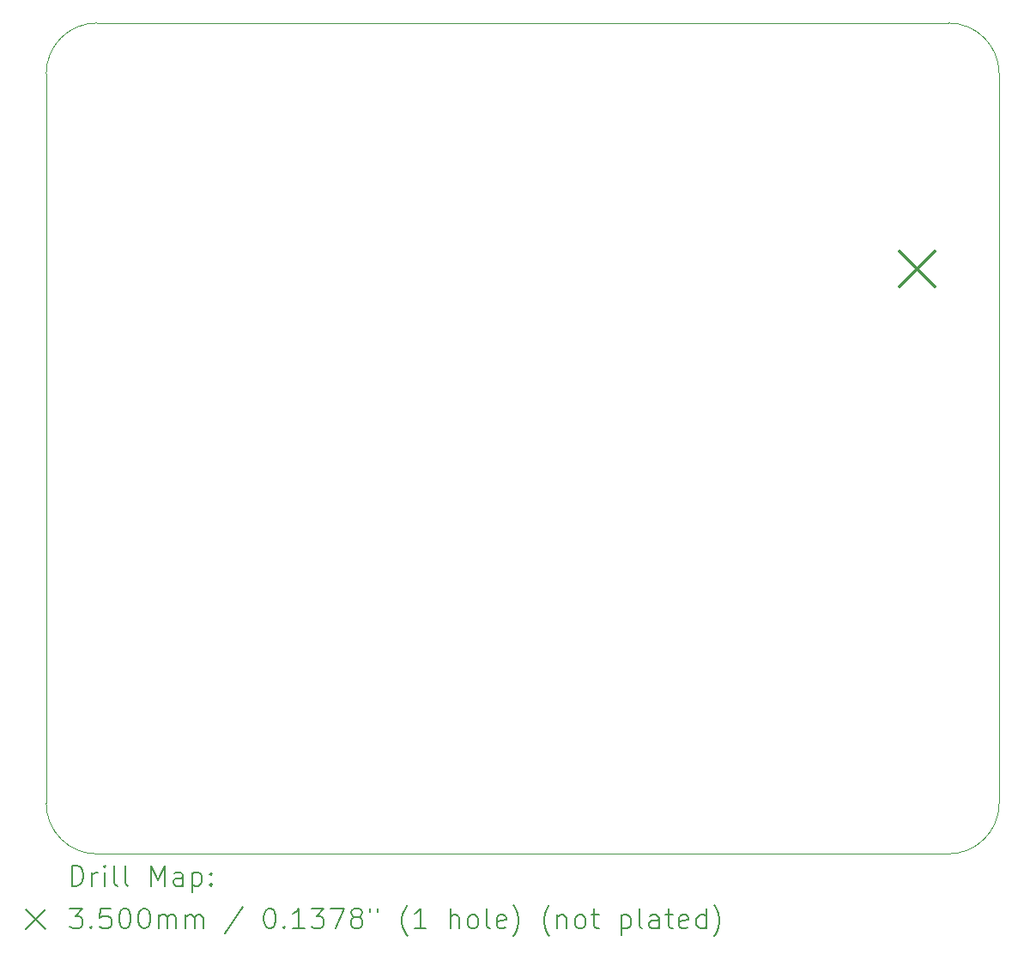
<source format=gbr>
%TF.GenerationSoftware,KiCad,Pcbnew,(6.0.11)*%
%TF.CreationDate,2023-02-06T13:50:28-06:00*%
%TF.ProjectId,InterferometerElectronics,496e7465-7266-4657-926f-6d6574657245,rev?*%
%TF.SameCoordinates,Original*%
%TF.FileFunction,Drillmap*%
%TF.FilePolarity,Positive*%
%FSLAX45Y45*%
G04 Gerber Fmt 4.5, Leading zero omitted, Abs format (unit mm)*
G04 Created by KiCad (PCBNEW (6.0.11)) date 2023-02-06 13:50:28*
%MOMM*%
%LPD*%
G01*
G04 APERTURE LIST*
%ADD10C,0.100000*%
%ADD11C,0.200000*%
%ADD12C,0.350000*%
G04 APERTURE END LIST*
D10*
X4800000Y-2800000D02*
X4800000Y-10000000D01*
X13700000Y-2300000D02*
X5300000Y-2300000D01*
X14200000Y-10000000D02*
X14200000Y-2800000D01*
X5300000Y-10500000D02*
X13700000Y-10500000D01*
X4800000Y-10000000D02*
G75*
G03*
X5300000Y-10500000I500000J0D01*
G01*
X13700000Y-10500000D02*
G75*
G03*
X14200000Y-10000000I0J500000D01*
G01*
X14200000Y-2800000D02*
G75*
G03*
X13700000Y-2300000I-500000J0D01*
G01*
X5300000Y-2300000D02*
G75*
G03*
X4800000Y-2800000I0J-500000D01*
G01*
D11*
D12*
X13216000Y-4550000D02*
X13566000Y-4900000D01*
X13566000Y-4550000D02*
X13216000Y-4900000D01*
D11*
X5052619Y-10815476D02*
X5052619Y-10615476D01*
X5100238Y-10615476D01*
X5128810Y-10625000D01*
X5147857Y-10644048D01*
X5157381Y-10663095D01*
X5166905Y-10701190D01*
X5166905Y-10729762D01*
X5157381Y-10767857D01*
X5147857Y-10786905D01*
X5128810Y-10805952D01*
X5100238Y-10815476D01*
X5052619Y-10815476D01*
X5252619Y-10815476D02*
X5252619Y-10682143D01*
X5252619Y-10720238D02*
X5262143Y-10701190D01*
X5271667Y-10691667D01*
X5290714Y-10682143D01*
X5309762Y-10682143D01*
X5376429Y-10815476D02*
X5376429Y-10682143D01*
X5376429Y-10615476D02*
X5366905Y-10625000D01*
X5376429Y-10634524D01*
X5385952Y-10625000D01*
X5376429Y-10615476D01*
X5376429Y-10634524D01*
X5500238Y-10815476D02*
X5481190Y-10805952D01*
X5471667Y-10786905D01*
X5471667Y-10615476D01*
X5605000Y-10815476D02*
X5585952Y-10805952D01*
X5576429Y-10786905D01*
X5576429Y-10615476D01*
X5833571Y-10815476D02*
X5833571Y-10615476D01*
X5900238Y-10758333D01*
X5966905Y-10615476D01*
X5966905Y-10815476D01*
X6147857Y-10815476D02*
X6147857Y-10710714D01*
X6138333Y-10691667D01*
X6119286Y-10682143D01*
X6081190Y-10682143D01*
X6062143Y-10691667D01*
X6147857Y-10805952D02*
X6128809Y-10815476D01*
X6081190Y-10815476D01*
X6062143Y-10805952D01*
X6052619Y-10786905D01*
X6052619Y-10767857D01*
X6062143Y-10748810D01*
X6081190Y-10739286D01*
X6128809Y-10739286D01*
X6147857Y-10729762D01*
X6243095Y-10682143D02*
X6243095Y-10882143D01*
X6243095Y-10691667D02*
X6262143Y-10682143D01*
X6300238Y-10682143D01*
X6319286Y-10691667D01*
X6328809Y-10701190D01*
X6338333Y-10720238D01*
X6338333Y-10777381D01*
X6328809Y-10796429D01*
X6319286Y-10805952D01*
X6300238Y-10815476D01*
X6262143Y-10815476D01*
X6243095Y-10805952D01*
X6424048Y-10796429D02*
X6433571Y-10805952D01*
X6424048Y-10815476D01*
X6414524Y-10805952D01*
X6424048Y-10796429D01*
X6424048Y-10815476D01*
X6424048Y-10691667D02*
X6433571Y-10701190D01*
X6424048Y-10710714D01*
X6414524Y-10701190D01*
X6424048Y-10691667D01*
X6424048Y-10710714D01*
X4595000Y-11045000D02*
X4795000Y-11245000D01*
X4795000Y-11045000D02*
X4595000Y-11245000D01*
X5033571Y-11035476D02*
X5157381Y-11035476D01*
X5090714Y-11111667D01*
X5119286Y-11111667D01*
X5138333Y-11121190D01*
X5147857Y-11130714D01*
X5157381Y-11149762D01*
X5157381Y-11197381D01*
X5147857Y-11216428D01*
X5138333Y-11225952D01*
X5119286Y-11235476D01*
X5062143Y-11235476D01*
X5043095Y-11225952D01*
X5033571Y-11216428D01*
X5243095Y-11216428D02*
X5252619Y-11225952D01*
X5243095Y-11235476D01*
X5233571Y-11225952D01*
X5243095Y-11216428D01*
X5243095Y-11235476D01*
X5433571Y-11035476D02*
X5338333Y-11035476D01*
X5328810Y-11130714D01*
X5338333Y-11121190D01*
X5357381Y-11111667D01*
X5405000Y-11111667D01*
X5424048Y-11121190D01*
X5433571Y-11130714D01*
X5443095Y-11149762D01*
X5443095Y-11197381D01*
X5433571Y-11216428D01*
X5424048Y-11225952D01*
X5405000Y-11235476D01*
X5357381Y-11235476D01*
X5338333Y-11225952D01*
X5328810Y-11216428D01*
X5566905Y-11035476D02*
X5585952Y-11035476D01*
X5605000Y-11045000D01*
X5614524Y-11054524D01*
X5624048Y-11073571D01*
X5633571Y-11111667D01*
X5633571Y-11159286D01*
X5624048Y-11197381D01*
X5614524Y-11216428D01*
X5605000Y-11225952D01*
X5585952Y-11235476D01*
X5566905Y-11235476D01*
X5547857Y-11225952D01*
X5538333Y-11216428D01*
X5528810Y-11197381D01*
X5519286Y-11159286D01*
X5519286Y-11111667D01*
X5528810Y-11073571D01*
X5538333Y-11054524D01*
X5547857Y-11045000D01*
X5566905Y-11035476D01*
X5757381Y-11035476D02*
X5776428Y-11035476D01*
X5795476Y-11045000D01*
X5805000Y-11054524D01*
X5814524Y-11073571D01*
X5824048Y-11111667D01*
X5824048Y-11159286D01*
X5814524Y-11197381D01*
X5805000Y-11216428D01*
X5795476Y-11225952D01*
X5776428Y-11235476D01*
X5757381Y-11235476D01*
X5738333Y-11225952D01*
X5728809Y-11216428D01*
X5719286Y-11197381D01*
X5709762Y-11159286D01*
X5709762Y-11111667D01*
X5719286Y-11073571D01*
X5728809Y-11054524D01*
X5738333Y-11045000D01*
X5757381Y-11035476D01*
X5909762Y-11235476D02*
X5909762Y-11102143D01*
X5909762Y-11121190D02*
X5919286Y-11111667D01*
X5938333Y-11102143D01*
X5966905Y-11102143D01*
X5985952Y-11111667D01*
X5995476Y-11130714D01*
X5995476Y-11235476D01*
X5995476Y-11130714D02*
X6005000Y-11111667D01*
X6024048Y-11102143D01*
X6052619Y-11102143D01*
X6071667Y-11111667D01*
X6081190Y-11130714D01*
X6081190Y-11235476D01*
X6176428Y-11235476D02*
X6176428Y-11102143D01*
X6176428Y-11121190D02*
X6185952Y-11111667D01*
X6205000Y-11102143D01*
X6233571Y-11102143D01*
X6252619Y-11111667D01*
X6262143Y-11130714D01*
X6262143Y-11235476D01*
X6262143Y-11130714D02*
X6271667Y-11111667D01*
X6290714Y-11102143D01*
X6319286Y-11102143D01*
X6338333Y-11111667D01*
X6347857Y-11130714D01*
X6347857Y-11235476D01*
X6738333Y-11025952D02*
X6566905Y-11283095D01*
X6995476Y-11035476D02*
X7014524Y-11035476D01*
X7033571Y-11045000D01*
X7043095Y-11054524D01*
X7052619Y-11073571D01*
X7062143Y-11111667D01*
X7062143Y-11159286D01*
X7052619Y-11197381D01*
X7043095Y-11216428D01*
X7033571Y-11225952D01*
X7014524Y-11235476D01*
X6995476Y-11235476D01*
X6976428Y-11225952D01*
X6966905Y-11216428D01*
X6957381Y-11197381D01*
X6947857Y-11159286D01*
X6947857Y-11111667D01*
X6957381Y-11073571D01*
X6966905Y-11054524D01*
X6976428Y-11045000D01*
X6995476Y-11035476D01*
X7147857Y-11216428D02*
X7157381Y-11225952D01*
X7147857Y-11235476D01*
X7138333Y-11225952D01*
X7147857Y-11216428D01*
X7147857Y-11235476D01*
X7347857Y-11235476D02*
X7233571Y-11235476D01*
X7290714Y-11235476D02*
X7290714Y-11035476D01*
X7271667Y-11064048D01*
X7252619Y-11083095D01*
X7233571Y-11092619D01*
X7414524Y-11035476D02*
X7538333Y-11035476D01*
X7471667Y-11111667D01*
X7500238Y-11111667D01*
X7519286Y-11121190D01*
X7528809Y-11130714D01*
X7538333Y-11149762D01*
X7538333Y-11197381D01*
X7528809Y-11216428D01*
X7519286Y-11225952D01*
X7500238Y-11235476D01*
X7443095Y-11235476D01*
X7424048Y-11225952D01*
X7414524Y-11216428D01*
X7605000Y-11035476D02*
X7738333Y-11035476D01*
X7652619Y-11235476D01*
X7843095Y-11121190D02*
X7824048Y-11111667D01*
X7814524Y-11102143D01*
X7805000Y-11083095D01*
X7805000Y-11073571D01*
X7814524Y-11054524D01*
X7824048Y-11045000D01*
X7843095Y-11035476D01*
X7881190Y-11035476D01*
X7900238Y-11045000D01*
X7909762Y-11054524D01*
X7919286Y-11073571D01*
X7919286Y-11083095D01*
X7909762Y-11102143D01*
X7900238Y-11111667D01*
X7881190Y-11121190D01*
X7843095Y-11121190D01*
X7824048Y-11130714D01*
X7814524Y-11140238D01*
X7805000Y-11159286D01*
X7805000Y-11197381D01*
X7814524Y-11216428D01*
X7824048Y-11225952D01*
X7843095Y-11235476D01*
X7881190Y-11235476D01*
X7900238Y-11225952D01*
X7909762Y-11216428D01*
X7919286Y-11197381D01*
X7919286Y-11159286D01*
X7909762Y-11140238D01*
X7900238Y-11130714D01*
X7881190Y-11121190D01*
X7995476Y-11035476D02*
X7995476Y-11073571D01*
X8071667Y-11035476D02*
X8071667Y-11073571D01*
X8366905Y-11311667D02*
X8357381Y-11302143D01*
X8338333Y-11273571D01*
X8328809Y-11254524D01*
X8319286Y-11225952D01*
X8309762Y-11178333D01*
X8309762Y-11140238D01*
X8319286Y-11092619D01*
X8328809Y-11064048D01*
X8338333Y-11045000D01*
X8357381Y-11016429D01*
X8366905Y-11006905D01*
X8547857Y-11235476D02*
X8433571Y-11235476D01*
X8490714Y-11235476D02*
X8490714Y-11035476D01*
X8471667Y-11064048D01*
X8452619Y-11083095D01*
X8433571Y-11092619D01*
X8785952Y-11235476D02*
X8785952Y-11035476D01*
X8871667Y-11235476D02*
X8871667Y-11130714D01*
X8862143Y-11111667D01*
X8843095Y-11102143D01*
X8814524Y-11102143D01*
X8795476Y-11111667D01*
X8785952Y-11121190D01*
X8995476Y-11235476D02*
X8976429Y-11225952D01*
X8966905Y-11216428D01*
X8957381Y-11197381D01*
X8957381Y-11140238D01*
X8966905Y-11121190D01*
X8976429Y-11111667D01*
X8995476Y-11102143D01*
X9024048Y-11102143D01*
X9043095Y-11111667D01*
X9052619Y-11121190D01*
X9062143Y-11140238D01*
X9062143Y-11197381D01*
X9052619Y-11216428D01*
X9043095Y-11225952D01*
X9024048Y-11235476D01*
X8995476Y-11235476D01*
X9176429Y-11235476D02*
X9157381Y-11225952D01*
X9147857Y-11206905D01*
X9147857Y-11035476D01*
X9328810Y-11225952D02*
X9309762Y-11235476D01*
X9271667Y-11235476D01*
X9252619Y-11225952D01*
X9243095Y-11206905D01*
X9243095Y-11130714D01*
X9252619Y-11111667D01*
X9271667Y-11102143D01*
X9309762Y-11102143D01*
X9328810Y-11111667D01*
X9338333Y-11130714D01*
X9338333Y-11149762D01*
X9243095Y-11168810D01*
X9405000Y-11311667D02*
X9414524Y-11302143D01*
X9433571Y-11273571D01*
X9443095Y-11254524D01*
X9452619Y-11225952D01*
X9462143Y-11178333D01*
X9462143Y-11140238D01*
X9452619Y-11092619D01*
X9443095Y-11064048D01*
X9433571Y-11045000D01*
X9414524Y-11016429D01*
X9405000Y-11006905D01*
X9766905Y-11311667D02*
X9757381Y-11302143D01*
X9738333Y-11273571D01*
X9728810Y-11254524D01*
X9719286Y-11225952D01*
X9709762Y-11178333D01*
X9709762Y-11140238D01*
X9719286Y-11092619D01*
X9728810Y-11064048D01*
X9738333Y-11045000D01*
X9757381Y-11016429D01*
X9766905Y-11006905D01*
X9843095Y-11102143D02*
X9843095Y-11235476D01*
X9843095Y-11121190D02*
X9852619Y-11111667D01*
X9871667Y-11102143D01*
X9900238Y-11102143D01*
X9919286Y-11111667D01*
X9928810Y-11130714D01*
X9928810Y-11235476D01*
X10052619Y-11235476D02*
X10033571Y-11225952D01*
X10024048Y-11216428D01*
X10014524Y-11197381D01*
X10014524Y-11140238D01*
X10024048Y-11121190D01*
X10033571Y-11111667D01*
X10052619Y-11102143D01*
X10081190Y-11102143D01*
X10100238Y-11111667D01*
X10109762Y-11121190D01*
X10119286Y-11140238D01*
X10119286Y-11197381D01*
X10109762Y-11216428D01*
X10100238Y-11225952D01*
X10081190Y-11235476D01*
X10052619Y-11235476D01*
X10176429Y-11102143D02*
X10252619Y-11102143D01*
X10205000Y-11035476D02*
X10205000Y-11206905D01*
X10214524Y-11225952D01*
X10233571Y-11235476D01*
X10252619Y-11235476D01*
X10471667Y-11102143D02*
X10471667Y-11302143D01*
X10471667Y-11111667D02*
X10490714Y-11102143D01*
X10528810Y-11102143D01*
X10547857Y-11111667D01*
X10557381Y-11121190D01*
X10566905Y-11140238D01*
X10566905Y-11197381D01*
X10557381Y-11216428D01*
X10547857Y-11225952D01*
X10528810Y-11235476D01*
X10490714Y-11235476D01*
X10471667Y-11225952D01*
X10681190Y-11235476D02*
X10662143Y-11225952D01*
X10652619Y-11206905D01*
X10652619Y-11035476D01*
X10843095Y-11235476D02*
X10843095Y-11130714D01*
X10833571Y-11111667D01*
X10814524Y-11102143D01*
X10776429Y-11102143D01*
X10757381Y-11111667D01*
X10843095Y-11225952D02*
X10824048Y-11235476D01*
X10776429Y-11235476D01*
X10757381Y-11225952D01*
X10747857Y-11206905D01*
X10747857Y-11187857D01*
X10757381Y-11168810D01*
X10776429Y-11159286D01*
X10824048Y-11159286D01*
X10843095Y-11149762D01*
X10909762Y-11102143D02*
X10985952Y-11102143D01*
X10938333Y-11035476D02*
X10938333Y-11206905D01*
X10947857Y-11225952D01*
X10966905Y-11235476D01*
X10985952Y-11235476D01*
X11128810Y-11225952D02*
X11109762Y-11235476D01*
X11071667Y-11235476D01*
X11052619Y-11225952D01*
X11043095Y-11206905D01*
X11043095Y-11130714D01*
X11052619Y-11111667D01*
X11071667Y-11102143D01*
X11109762Y-11102143D01*
X11128810Y-11111667D01*
X11138333Y-11130714D01*
X11138333Y-11149762D01*
X11043095Y-11168810D01*
X11309762Y-11235476D02*
X11309762Y-11035476D01*
X11309762Y-11225952D02*
X11290714Y-11235476D01*
X11252619Y-11235476D01*
X11233571Y-11225952D01*
X11224048Y-11216428D01*
X11214524Y-11197381D01*
X11214524Y-11140238D01*
X11224048Y-11121190D01*
X11233571Y-11111667D01*
X11252619Y-11102143D01*
X11290714Y-11102143D01*
X11309762Y-11111667D01*
X11385952Y-11311667D02*
X11395476Y-11302143D01*
X11414524Y-11273571D01*
X11424048Y-11254524D01*
X11433571Y-11225952D01*
X11443095Y-11178333D01*
X11443095Y-11140238D01*
X11433571Y-11092619D01*
X11424048Y-11064048D01*
X11414524Y-11045000D01*
X11395476Y-11016429D01*
X11385952Y-11006905D01*
M02*

</source>
